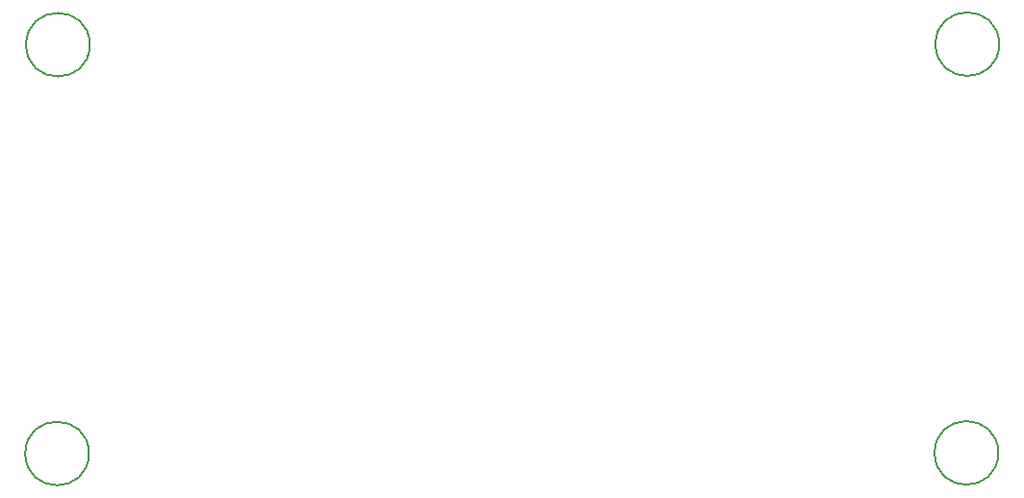
<source format=gbr>
%TF.GenerationSoftware,KiCad,Pcbnew,(6.0.1-0)*%
%TF.CreationDate,2022-08-06T01:28:06+01:00*%
%TF.ProjectId,powerboard_sc21_as25,706f7765-7262-46f6-9172-645f73633231,rev?*%
%TF.SameCoordinates,Original*%
%TF.FileFunction,Other,Comment*%
%FSLAX46Y46*%
G04 Gerber Fmt 4.6, Leading zero omitted, Abs format (unit mm)*
G04 Created by KiCad (PCBNEW (6.0.1-0)) date 2022-08-06 01:28:06*
%MOMM*%
%LPD*%
G01*
G04 APERTURE LIST*
%ADD10C,0.150000*%
G04 APERTURE END LIST*
D10*
%TO.C,H3*%
X54800000Y-79850000D02*
G75*
G03*
X54800000Y-79850000I-2800000J0D01*
G01*
%TO.C,H4*%
X134875000Y-43800000D02*
G75*
G03*
X134875000Y-43800000I-2800000J0D01*
G01*
%TO.C,H2*%
X134800000Y-79800000D02*
G75*
G03*
X134800000Y-79800000I-2800000J0D01*
G01*
%TO.C,H1*%
X54875000Y-43850000D02*
G75*
G03*
X54875000Y-43850000I-2800000J0D01*
G01*
%TD*%
M02*

</source>
